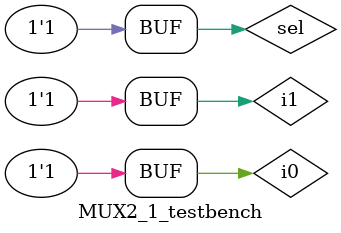
<source format=sv>
`timescale 1ns/10ps


module MUX2_1 (a, b, sel,/* clk,*/ out);   
	output logic  out;   
	input  logic  a, b, sel;   
	logic i_a, i_b, not_sel; //intermediate a and b
	parameter DELAY = 0.05;
	
	
	not #DELAY negateSel (not_sel, sel);
	and #DELAY ANDa (i_a, a, not_sel);
	and #DELAY ANDb (i_b, b, sel);
	or  #DELAY OR4out (out, i_a, i_b); //out = (b & sel) | (a & ~sel); a is output when sel is 0, b when sel is 1
	
endmodule 


module MUX2_1_testbench();
 logic i0, i1, sel;
 logic out;

 MUX2_1 dut (.a(i0), .b(i1), .sel, .out);

 initial begin
	 sel=0; i0=0; i1=0; #10;
	 sel=0; i0=0; i1=1; #10;
	 sel=0; i0=1; i1=0; #10;
	 sel=0; i0=1; i1=1; #10;
	 sel=1; i0=0; i1=0; #10;
	 sel=1; i0=0; i1=1; #10;
	 sel=1; i0=1; i1=0; #10;
	 sel=1; i0=1; i1=1; #10;
 end
 
endmodule 
</source>
